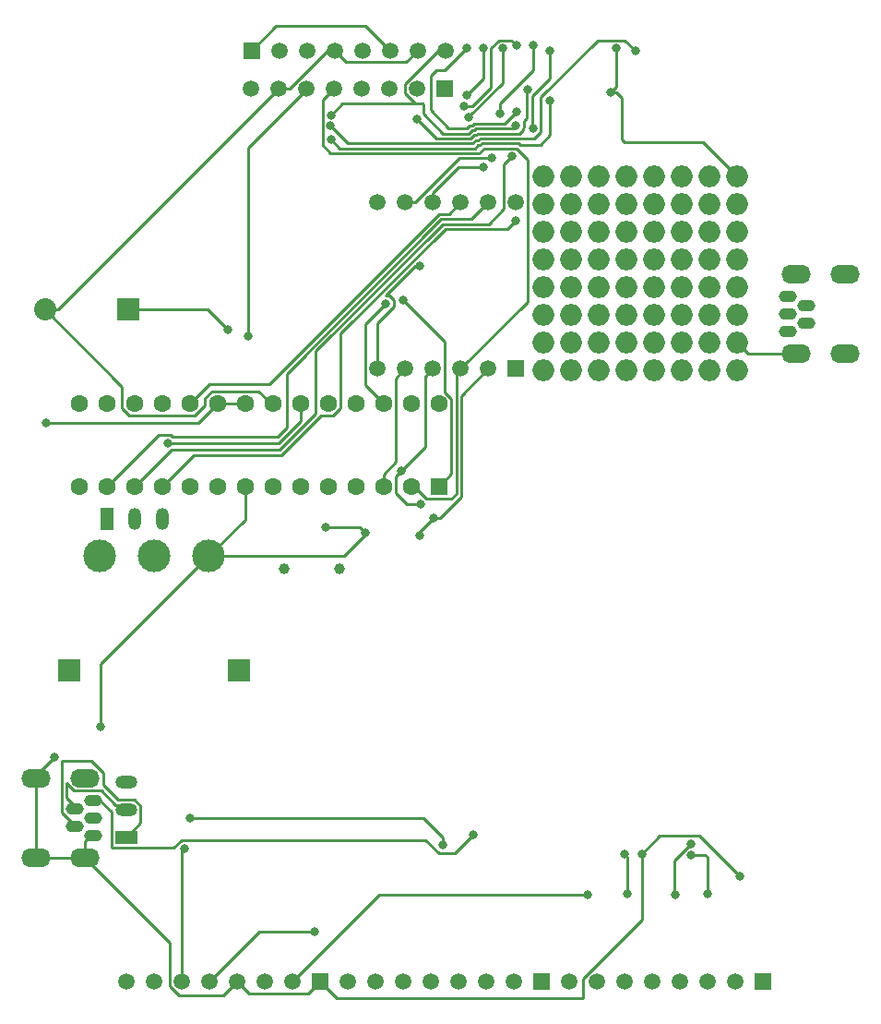
<source format=gbr>
%TF.GenerationSoftware,KiCad,Pcbnew,(6.0.0)*%
%TF.CreationDate,2022-11-14T01:44:22-08:00*%
%TF.ProjectId,Luciebox_v4,4c756369-6562-46f7-985f-76342e6b6963,rev?*%
%TF.SameCoordinates,Original*%
%TF.FileFunction,Copper,L2,Bot*%
%TF.FilePolarity,Positive*%
%FSLAX46Y46*%
G04 Gerber Fmt 4.6, Leading zero omitted, Abs format (unit mm)*
G04 Created by KiCad (PCBNEW (6.0.0)) date 2022-11-14 01:44:22*
%MOMM*%
%LPD*%
G01*
G04 APERTURE LIST*
%TA.AperFunction,ComponentPad*%
%ADD10R,2.000000X1.200000*%
%TD*%
%TA.AperFunction,ComponentPad*%
%ADD11O,2.000000X1.200000*%
%TD*%
%TA.AperFunction,ComponentPad*%
%ADD12C,1.000000*%
%TD*%
%TA.AperFunction,ComponentPad*%
%ADD13O,1.650000X1.100000*%
%TD*%
%TA.AperFunction,ComponentPad*%
%ADD14O,2.700000X1.700000*%
%TD*%
%TA.AperFunction,ComponentPad*%
%ADD15R,1.200000X2.000000*%
%TD*%
%TA.AperFunction,ComponentPad*%
%ADD16O,1.200000X2.000000*%
%TD*%
%TA.AperFunction,ComponentPad*%
%ADD17O,2.000000X2.000000*%
%TD*%
%TA.AperFunction,ComponentPad*%
%ADD18R,1.500000X1.500000*%
%TD*%
%TA.AperFunction,ComponentPad*%
%ADD19C,1.500000*%
%TD*%
%TA.AperFunction,ComponentPad*%
%ADD20R,1.600000X1.600000*%
%TD*%
%TA.AperFunction,ComponentPad*%
%ADD21C,1.600000*%
%TD*%
%TA.AperFunction,WasherPad*%
%ADD22R,2.000000X2.100000*%
%TD*%
%TA.AperFunction,ComponentPad*%
%ADD23C,3.000000*%
%TD*%
%TA.AperFunction,ComponentPad*%
%ADD24R,2.032000X2.032000*%
%TD*%
%TA.AperFunction,ComponentPad*%
%ADD25C,2.032000*%
%TD*%
%TA.AperFunction,ViaPad*%
%ADD26C,0.800000*%
%TD*%
%TA.AperFunction,Conductor*%
%ADD27C,0.250000*%
%TD*%
G04 APERTURE END LIST*
D10*
%TO.P,T5,1,1*%
%TO.N,Net-(J1-Pad2)*%
X10160000Y-75438000D03*
D11*
%TO.P,T5,2,2*%
%TO.N,Net-(J1-Pad4)*%
X10160000Y-72898000D03*
%TO.P,T5,3,3*%
%TO.N,Net-(J1-Pad3)*%
X10160000Y-70358000D03*
%TD*%
D12*
%TO.P,Y1,1,1*%
%TO.N,Net-(C2-Pad2)*%
X29718000Y-50800000D03*
%TO.P,Y1,2,2*%
%TO.N,Net-(C3-Pad2)*%
X24638000Y-50800000D03*
%TD*%
D13*
%TO.P,J1,1,GND*%
%TO.N,GND*%
X7150000Y-75218000D03*
%TO.P,J1,2,ID*%
%TO.N,Net-(J1-Pad2)*%
X5450000Y-74418000D03*
%TO.P,J1,3,D+*%
%TO.N,Net-(J1-Pad3)*%
X7150000Y-73618000D03*
%TO.P,J1,4,D-*%
%TO.N,Net-(J1-Pad4)*%
X5450000Y-72818000D03*
%TO.P,J1,5,VBUS*%
%TO.N,Net-(D9-Pad2)*%
X7150000Y-72018000D03*
D14*
%TO.P,J1,6,Shield*%
%TO.N,GND*%
X6360720Y-77268000D03*
X1850000Y-69968000D03*
X1850000Y-77268000D03*
X6360720Y-69968000D03*
%TD*%
D13*
%TO.P,J2,1,GND*%
%TO.N,GND*%
X70850000Y-25832000D03*
%TO.P,J2,2,ID*%
%TO.N,unconnected-(J2-Pad2)*%
X72550000Y-26632000D03*
%TO.P,J2,3,D+*%
%TO.N,unconnected-(J2-Pad3)*%
X70850000Y-27432000D03*
%TO.P,J2,4,D-*%
%TO.N,unconnected-(J2-Pad4)*%
X72550000Y-28232000D03*
%TO.P,J2,5,VBUS*%
%TO.N,Net-(D9-Pad2)*%
X70850000Y-29032000D03*
D14*
%TO.P,J2,6,Shield*%
%TO.N,GND*%
X71639280Y-31082000D03*
X76150000Y-23782000D03*
X76150000Y-31082000D03*
X71639280Y-23782000D03*
%TD*%
D15*
%TO.P,T2,1,1*%
%TO.N,/2*%
X8382000Y-46228000D03*
D16*
%TO.P,T2,2,2*%
%TO.N,/3(PWM)*%
X10922000Y-46228000D03*
%TO.P,T2,3,3*%
%TO.N,/A5(SCL)*%
X13462000Y-46228000D03*
%TD*%
D17*
%TO.P,U2,1*%
%TO.N,VCC*%
X48425100Y-32562800D03*
%TO.P,U2,2*%
X48412400Y-30022800D03*
%TO.P,U2,3*%
X48425100Y-27482800D03*
%TO.P,U2,4*%
X48437800Y-24942800D03*
%TO.P,U2,5*%
X48425100Y-22402800D03*
%TO.P,U2,6*%
X48412400Y-19862800D03*
%TO.P,U2,7*%
X48425100Y-17322800D03*
%TO.P,U2,8*%
%TO.N,unconnected-(U2-Pad8)*%
X48412400Y-14782800D03*
%TO.P,U2,9*%
%TO.N,Net-(U2-Pad10)*%
X50965100Y-32562800D03*
%TO.P,U2,10*%
X50952400Y-30022800D03*
%TO.P,U2,11*%
%TO.N,Net-(U2-Pad11)*%
X50965100Y-27482800D03*
%TO.P,U2,12*%
X50977800Y-24942800D03*
%TO.P,U2,13*%
%TO.N,Net-(U2-Pad13)*%
X50965100Y-22402800D03*
%TO.P,U2,14*%
X50952400Y-19862800D03*
%TO.P,U2,15*%
X50965100Y-17322800D03*
%TO.P,U2,16*%
%TO.N,unconnected-(U2-Pad16)*%
X50952400Y-14782800D03*
%TO.P,U2,17*%
%TO.N,Net-(U2-Pad17)*%
X53505100Y-32562800D03*
%TO.P,U2,18*%
X53492400Y-30022800D03*
%TO.P,U2,19*%
%TO.N,Net-(U2-Pad19)*%
X53505100Y-27482800D03*
%TO.P,U2,20*%
X53517800Y-24942800D03*
%TO.P,U2,21*%
%TO.N,Net-(U2-Pad21)*%
X53505100Y-22402800D03*
%TO.P,U2,22*%
X53492400Y-19862800D03*
%TO.P,U2,23*%
X53505100Y-17322800D03*
%TO.P,U2,24*%
%TO.N,unconnected-(U2-Pad24)*%
X53492400Y-14782800D03*
%TO.P,U2,25*%
%TO.N,Net-(U2-Pad25)*%
X56045100Y-32562800D03*
%TO.P,U2,26*%
X56032400Y-30022800D03*
%TO.P,U2,27*%
%TO.N,Net-(U2-Pad27)*%
X56045100Y-27482800D03*
%TO.P,U2,28*%
X56057800Y-24942800D03*
%TO.P,U2,29*%
%TO.N,Net-(U2-Pad29)*%
X56045100Y-22402800D03*
%TO.P,U2,30*%
X56032400Y-19862800D03*
%TO.P,U2,31*%
X56045100Y-17322800D03*
%TO.P,U2,32*%
%TO.N,unconnected-(U2-Pad32)*%
X56032400Y-14782800D03*
%TO.P,U2,33*%
%TO.N,Net-(U2-Pad33)*%
X58585100Y-32562800D03*
%TO.P,U2,34*%
X58572400Y-30022800D03*
%TO.P,U2,35*%
%TO.N,Net-(U2-Pad35)*%
X58585100Y-27482800D03*
%TO.P,U2,36*%
X58597800Y-24942800D03*
%TO.P,U2,37*%
%TO.N,Net-(U2-Pad37)*%
X58585100Y-22402800D03*
%TO.P,U2,38*%
X58572400Y-19862800D03*
%TO.P,U2,39*%
X58585100Y-17322800D03*
%TO.P,U2,40*%
X58572400Y-14782800D03*
%TO.P,U2,41*%
%TO.N,Net-(U2-Pad41)*%
X61125100Y-32562800D03*
%TO.P,U2,42*%
X61112400Y-30022800D03*
%TO.P,U2,43*%
%TO.N,Net-(U2-Pad43)*%
X61125100Y-27482800D03*
%TO.P,U2,44*%
X61137800Y-24942800D03*
%TO.P,U2,45*%
%TO.N,Net-(U2-Pad45)*%
X61125100Y-22402800D03*
%TO.P,U2,46*%
X61112400Y-19862800D03*
%TO.P,U2,47*%
X61125100Y-17322800D03*
%TO.P,U2,48*%
X61112400Y-14782800D03*
%TO.P,U2,49*%
%TO.N,Net-(U2-Pad49)*%
X63665100Y-32562800D03*
%TO.P,U2,50*%
X63652400Y-30022800D03*
%TO.P,U2,51*%
%TO.N,Net-(U2-Pad51)*%
X63665100Y-27482800D03*
%TO.P,U2,52*%
X63677800Y-24942800D03*
%TO.P,U2,53*%
%TO.N,Net-(U2-Pad53)*%
X63665100Y-22402800D03*
%TO.P,U2,54*%
X63652400Y-19862800D03*
%TO.P,U2,55*%
X63665100Y-17322800D03*
%TO.P,U2,56*%
X63652400Y-14782800D03*
%TO.P,U2,57*%
%TO.N,GND*%
X66205100Y-32562800D03*
%TO.P,U2,58*%
X66192400Y-30022800D03*
%TO.P,U2,59*%
X66205100Y-27482800D03*
%TO.P,U2,60*%
X66217800Y-24942800D03*
%TO.P,U2,61*%
X66205100Y-22402800D03*
%TO.P,U2,62*%
X66192400Y-19862800D03*
%TO.P,U2,63*%
X66205100Y-17322800D03*
%TO.P,U2,64*%
X66192400Y-14782800D03*
%TD*%
D18*
%TO.P,T7,1,1*%
%TO.N,unconnected-(T7-Pad1)*%
X39390000Y-6750000D03*
D19*
%TO.P,T7,2,2*%
%TO.N,unconnected-(T7-Pad2)*%
X36850000Y-6750000D03*
%TO.P,T7,3,3*%
%TO.N,unconnected-(T7-Pad3)*%
X34310000Y-6750000D03*
%TO.P,T7,4,4*%
%TO.N,Net-(R_reset_pullup1-Pad2)*%
X31770000Y-6750000D03*
%TO.P,T7,5,5*%
%TO.N,/0(Rx)*%
X29230000Y-6750000D03*
%TO.P,T7,6,6*%
%TO.N,/1(Tx)*%
X26690000Y-6750000D03*
%TO.P,T7,7,7*%
%TO.N,GND*%
X24150000Y-6750000D03*
%TO.P,T7,8,8*%
%TO.N,VCC*%
X21610000Y-6750000D03*
%TD*%
D18*
%TO.P,T1,1,1*%
%TO.N,Net-(D1-Pad2)*%
X48260000Y-88620000D03*
D19*
%TO.P,T1,2,2*%
%TO.N,Net-(D2-Pad2)*%
X45720000Y-88620000D03*
%TO.P,T1,3,3*%
%TO.N,Net-(D3-Pad2)*%
X43180000Y-88620000D03*
%TO.P,T1,4,4*%
%TO.N,Net-(D4-Pad2)*%
X40640000Y-88620000D03*
%TO.P,T1,5,5*%
%TO.N,Net-(D5-Pad2)*%
X38100000Y-88620000D03*
%TO.P,T1,6,6*%
%TO.N,Net-(D6-Pad2)*%
X35560000Y-88620000D03*
%TO.P,T1,7,7*%
%TO.N,Net-(D7-Pad2)*%
X33020000Y-88620000D03*
%TO.P,T1,8,8*%
%TO.N,Net-(D8-Pad2)*%
X30480000Y-88620000D03*
%TD*%
D18*
%TO.P,U1,1,e*%
%TO.N,/12(MISO)*%
X45940000Y-32440000D03*
D19*
%TO.P,U1,2,d*%
%TO.N,/8*%
X43400000Y-32440000D03*
%TO.P,U1,3,DPX*%
%TO.N,/0(Rx)*%
X40860000Y-32440000D03*
%TO.P,U1,4,c*%
%TO.N,/4*%
X38320000Y-32440000D03*
%TO.P,U1,5,g*%
%TO.N,/1(Tx)*%
X35780000Y-32440000D03*
%TO.P,U1,6,CA4*%
%TO.N,Net-(R2-Pad1)*%
X33240000Y-32440000D03*
%TO.P,U1,7,b*%
%TO.N,/A3*%
X33240000Y-17200000D03*
%TO.P,U1,8,CA3*%
%TO.N,Net-(R3-Pad1)*%
X35780000Y-17200000D03*
%TO.P,U1,9,CA2*%
%TO.N,Net-(R4-Pad1)*%
X38320000Y-17200000D03*
%TO.P,U1,10,f*%
%TO.N,/13(SCK)*%
X40860000Y-17200000D03*
%TO.P,U1,11,a*%
%TO.N,/7*%
X43400000Y-17200000D03*
%TO.P,U1,12,CA1*%
%TO.N,Net-(R5-Pad1)*%
X45940000Y-17200000D03*
%TD*%
D20*
%TO.P,U3,1,~{RESET}/PC6*%
%TO.N,Net-(R_reset_pullup1-Pad2)*%
X38855000Y-43250000D03*
D21*
%TO.P,U3,2,PD0*%
%TO.N,/0(Rx)*%
X36315000Y-43250000D03*
%TO.P,U3,3,PD1*%
%TO.N,/1(Tx)*%
X33775000Y-43250000D03*
%TO.P,U3,4,PD2*%
%TO.N,/2*%
X31235000Y-43250000D03*
%TO.P,U3,5,PD3*%
%TO.N,/3(PWM)*%
X28695000Y-43250000D03*
%TO.P,U3,6,PD4*%
%TO.N,/4*%
X26155000Y-43250000D03*
%TO.P,U3,7,VCC*%
%TO.N,VCC*%
X23615000Y-43250000D03*
%TO.P,U3,8,GND*%
%TO.N,GND*%
X21075000Y-43250000D03*
%TO.P,U3,9,XTAL1/PB6*%
%TO.N,Net-(C2-Pad2)*%
X18535000Y-43250000D03*
%TO.P,U3,10,XTAL2/PB7*%
%TO.N,Net-(C3-Pad2)*%
X15995000Y-43250000D03*
%TO.P,U3,11,PD5*%
%TO.N,/5(PWM)*%
X13455000Y-43250000D03*
%TO.P,U3,12,PD6*%
%TO.N,/6(PWM)*%
X10915000Y-43250000D03*
%TO.P,U3,13,PD7*%
%TO.N,/7*%
X8375000Y-43250000D03*
%TO.P,U3,14,PB0*%
%TO.N,/8*%
X5835000Y-43250000D03*
%TO.P,U3,15,PB1*%
%TO.N,/9(PWM)*%
X5835000Y-35630000D03*
%TO.P,U3,16,PB2*%
%TO.N,/10(PWM-SS)*%
X8375000Y-35630000D03*
%TO.P,U3,17,PB3*%
%TO.N,/11(PWM-MOSI)*%
X10915000Y-35630000D03*
%TO.P,U3,18,PB4*%
%TO.N,/12(MISO)*%
X13455000Y-35630000D03*
%TO.P,U3,19,PB5*%
%TO.N,/13(SCK)*%
X15995000Y-35630000D03*
%TO.P,U3,20,AVCC*%
%TO.N,VCC*%
X18535000Y-35630000D03*
%TO.P,U3,21,AREF*%
X21075000Y-35630000D03*
%TO.P,U3,22,GND*%
%TO.N,GND*%
X23615000Y-35630000D03*
%TO.P,U3,23,PC0*%
%TO.N,/A0*%
X26155000Y-35630000D03*
%TO.P,U3,24,PC1*%
%TO.N,/A1*%
X28695000Y-35630000D03*
%TO.P,U3,25,PC2*%
%TO.N,/A2*%
X31235000Y-35630000D03*
%TO.P,U3,26,PC3*%
%TO.N,/A3*%
X33775000Y-35630000D03*
%TO.P,U3,27,PC4*%
%TO.N,/A4(SDA)*%
X36315000Y-35630000D03*
%TO.P,U3,28,PC5*%
%TO.N,/A5(SCL)*%
X38855000Y-35630000D03*
%TD*%
D22*
%TO.P,S1,*%
%TO.N,*%
X20500000Y-60140000D03*
X4900000Y-60140000D03*
D23*
%TO.P,S1,1,A*%
%TO.N,/2*%
X7700000Y-49640000D03*
%TO.P,S1,2,B*%
%TO.N,/3(PWM)*%
X12700000Y-49640000D03*
%TO.P,S1,3,C*%
%TO.N,GND*%
X17700000Y-49640000D03*
%TD*%
D18*
%TO.P,T6,1,1*%
%TO.N,GND*%
X27940000Y-88620000D03*
D19*
%TO.P,T6,2,2*%
%TO.N,VCC*%
X25400000Y-88620000D03*
%TO.P,T6,3,3*%
%TO.N,Net-(R1-Pad1)*%
X22860000Y-88620000D03*
%TO.P,T6,4,4*%
%TO.N,GND*%
X20320000Y-88620000D03*
%TO.P,T6,5,5*%
%TO.N,Net-(D10-Pad2)*%
X17780000Y-88620000D03*
%TO.P,T6,6,6*%
%TO.N,/A0*%
X15240000Y-88620000D03*
%TO.P,T6,7,7*%
%TO.N,Net-(R26-Pad2)*%
X12700000Y-88620000D03*
%TO.P,T6,8,8*%
%TO.N,unconnected-(T6-Pad8)*%
X10160000Y-88620000D03*
%TD*%
D18*
%TO.P,T8,1,1*%
%TO.N,/Vin*%
X21670000Y-3250000D03*
D19*
%TO.P,T8,2,2*%
%TO.N,Net-(D9-Pad1)*%
X24210000Y-3250000D03*
%TO.P,T8,3,3*%
%TO.N,Net-(D10-Pad2)*%
X26750000Y-3250000D03*
%TO.P,T8,4,4*%
%TO.N,GND*%
X29290000Y-3250000D03*
%TO.P,T8,5,5*%
%TO.N,Net-(D10-Pad1)*%
X31830000Y-3250000D03*
%TO.P,T8,6,6*%
%TO.N,/Vin*%
X34370000Y-3250000D03*
%TO.P,T8,7,7*%
%TO.N,GND*%
X36910000Y-3250000D03*
%TO.P,T8,8,8*%
%TO.N,VCC*%
X39450000Y-3250000D03*
%TD*%
D18*
%TO.P,T4,1,1*%
%TO.N,Net-(R18-Pad2)*%
X68580000Y-88620000D03*
D19*
%TO.P,T4,2,2*%
%TO.N,Net-(R17-Pad2)*%
X66040000Y-88620000D03*
%TO.P,T4,3,3*%
%TO.N,Net-(R16-Pad2)*%
X63500000Y-88620000D03*
%TO.P,T4,4,4*%
%TO.N,Net-(R15-Pad2)*%
X60960000Y-88620000D03*
%TO.P,T4,5,5*%
%TO.N,Net-(R9-Pad2)*%
X58420000Y-88620000D03*
%TO.P,T4,6,6*%
%TO.N,Net-(R8-Pad2)*%
X55880000Y-88620000D03*
%TO.P,T4,7,7*%
%TO.N,Net-(R7-Pad2)*%
X53340000Y-88620000D03*
%TO.P,T4,8,8*%
%TO.N,Net-(R6-Pad2)*%
X50800000Y-88620000D03*
%TD*%
D24*
%TO.P,BZ1,1,-*%
%TO.N,/A5(SCL)*%
X10310000Y-27000000D03*
D25*
%TO.P,BZ1,2,+*%
%TO.N,GND*%
X2690000Y-27000000D03*
%TD*%
D26*
%TO.N,/A5(SCL)*%
X19500559Y-28898559D03*
%TO.N,GND*%
X54610000Y-7112000D03*
X55118000Y-3048000D03*
X66500000Y-79000000D03*
X28448000Y-46990000D03*
X32139536Y-47498000D03*
X32139536Y-47498000D03*
X57500000Y-76924500D03*
X3556000Y-68072000D03*
X7837583Y-65255813D03*
%TO.N,VCC*%
X52476400Y-80670400D03*
X2835033Y-37409320D03*
X45941484Y-10147180D03*
X28972475Y-9182479D03*
%TO.N,/Vin*%
X45974000Y-8890000D03*
X41402000Y-3048000D03*
%TO.N,/A0*%
X13944405Y-39239620D03*
X15494000Y-76454000D03*
X26155000Y-35630000D03*
%TO.N,/A1*%
X60526800Y-80697200D03*
X62000000Y-76000000D03*
%TO.N,/A3*%
X33981979Y-26481434D03*
%TO.N,/11(PWM-MOSI)*%
X42926000Y-3048000D03*
X41402000Y-7366000D03*
%TO.N,/10(PWM-SS)*%
X44704000Y-3048000D03*
X41618500Y-9398000D03*
%TO.N,/9(PWM)*%
X41148000Y-8382000D03*
X45974000Y-2794000D03*
%TO.N,/8*%
X38387023Y-46116120D03*
X37084000Y-47752000D03*
%TO.N,/7*%
X16002000Y-73660000D03*
X39214080Y-76112630D03*
%TO.N,/6(PWM)*%
X47498000Y-10414000D03*
X49022000Y-3302000D03*
X45585950Y-12968120D03*
%TO.N,/5(PWM)*%
X44453532Y-9029840D03*
X45920808Y-18840594D03*
X47498000Y-2794000D03*
%TO.N,/4*%
X37162178Y-44844406D03*
X35423351Y-41792649D03*
%TO.N,/1(Tx)*%
X21336000Y-29464000D03*
%TO.N,Net-(R17-Pad1)*%
X62012299Y-77012299D03*
X63526800Y-80595500D03*
%TO.N,Net-(R_reset_pullup1-Pad2)*%
X35560000Y-26162000D03*
%TO.N,Net-(R26-Pad2)*%
X28890712Y-10178632D03*
X56896000Y-3302000D03*
%TO.N,Net-(D9-Pad2)*%
X42007088Y-75173097D03*
%TO.N,Net-(D10-Pad2)*%
X27432000Y-84074000D03*
%TO.N,Net-(R1-Pad1)*%
X49022000Y-7874000D03*
X28956000Y-11430000D03*
%TO.N,Net-(R2-Pad1)*%
X36847987Y-9549528D03*
X37096943Y-22984767D03*
X46990000Y-6858000D03*
%TO.N,Net-(R3-Pad1)*%
X43678770Y-13132052D03*
X43678768Y-13132052D03*
%TO.N,Net-(R4-Pad1)*%
X42967033Y-13930623D03*
%TO.N,Net-(R10-Pad2)*%
X55880000Y-76962000D03*
X56134000Y-80595500D03*
%TD*%
D27*
%TO.N,/A5(SCL)*%
X10310000Y-27000000D02*
X17602000Y-27000000D01*
X17602000Y-27000000D02*
X19500559Y-28898559D01*
%TO.N,GND*%
X55626000Y-11430000D02*
X55626000Y-7620000D01*
X55118000Y-7112000D02*
X54610000Y-7112000D01*
X54610000Y-7112000D02*
X55118000Y-6604000D01*
X31631536Y-46990000D02*
X32139536Y-47498000D01*
X52070000Y-88370411D02*
X57500000Y-82940411D01*
X62775499Y-75275499D02*
X59149001Y-75275499D01*
X23438000Y-35630000D02*
X22313489Y-34505489D01*
X57500000Y-82940411D02*
X57500000Y-76924500D01*
X67251600Y-31082000D02*
X66192400Y-30022800D01*
X9790489Y-34100489D02*
X2690000Y-27000000D01*
X23615000Y-35630000D02*
X23438000Y-35630000D01*
X7837583Y-59502417D02*
X7837583Y-65255813D01*
X6360720Y-77268000D02*
X6360720Y-75757280D01*
X66500000Y-79000000D02*
X62775499Y-75275499D01*
X35835489Y-4324511D02*
X30364511Y-4324511D01*
X26865489Y-89694511D02*
X27940000Y-88620000D01*
X29490000Y-90170000D02*
X52070000Y-90170000D01*
X16460789Y-36754511D02*
X10449211Y-36754511D01*
X21075000Y-46265000D02*
X17700000Y-49640000D01*
X14165489Y-85072769D02*
X14165489Y-89065078D01*
X17410489Y-35164211D02*
X17410489Y-35804811D01*
X25170411Y-6750000D02*
X24150000Y-6750000D01*
X36910000Y-3250000D02*
X35835489Y-4324511D01*
X3900000Y-27000000D02*
X2690000Y-27000000D01*
X17700000Y-49640000D02*
X7837583Y-59502417D01*
X30364511Y-4324511D02*
X29290000Y-3250000D01*
X3556000Y-68072000D02*
X1850000Y-69778000D01*
X32139536Y-47616464D02*
X32139536Y-47498000D01*
X28670411Y-3250000D02*
X25170411Y-6750000D01*
X6360720Y-77268000D02*
X14165489Y-85072769D01*
X15016411Y-89916000D02*
X19024000Y-89916000D01*
X21394511Y-89694511D02*
X26865489Y-89694511D01*
X29290000Y-3250000D02*
X28670411Y-3250000D01*
X1850000Y-77268000D02*
X6360720Y-77268000D01*
X55626000Y-7620000D02*
X55118000Y-7112000D01*
X10449211Y-36754511D02*
X9790489Y-36095789D01*
X27940000Y-88620000D02*
X29490000Y-90170000D01*
X19024000Y-89916000D02*
X20320000Y-88620000D01*
X52070000Y-90170000D02*
X52070000Y-88370411D01*
X1850000Y-69778000D02*
X1850000Y-69968000D01*
X71639280Y-31082000D02*
X67251600Y-31082000D01*
X18069211Y-34505489D02*
X17410489Y-35164211D01*
X21075000Y-43250000D02*
X21075000Y-46265000D01*
X55118000Y-6604000D02*
X55118000Y-3048000D01*
X66192400Y-14782800D02*
X63093600Y-11684000D01*
X30116000Y-49640000D02*
X31750000Y-48006000D01*
X17410489Y-35804811D02*
X16460789Y-36754511D01*
X17700000Y-49640000D02*
X30116000Y-49640000D01*
X9790489Y-36095789D02*
X9790489Y-34100489D01*
X59149001Y-75275499D02*
X57500000Y-76924500D01*
X14165489Y-89065078D02*
X15016411Y-89916000D01*
X24150000Y-6750000D02*
X3900000Y-27000000D01*
X20320000Y-88620000D02*
X21394511Y-89694511D01*
X31750000Y-48006000D02*
X32139536Y-47616464D01*
X1850000Y-69968000D02*
X1850000Y-77268000D01*
X6360720Y-75757280D02*
X6900000Y-75218000D01*
X63093600Y-11684000D02*
X55880000Y-11684000D01*
X22313489Y-34505489D02*
X18069211Y-34505489D01*
X28448000Y-46990000D02*
X31631536Y-46990000D01*
X55880000Y-11684000D02*
X55626000Y-11430000D01*
%TO.N,VCC*%
X41888292Y-10572012D02*
X42104793Y-10572011D01*
X42104793Y-10572011D02*
X42241815Y-10434989D01*
X30026954Y-8128000D02*
X28972475Y-9182479D01*
X37338000Y-8128000D02*
X37396490Y-8186490D01*
X25400000Y-88620000D02*
X33349600Y-80670400D01*
X37396490Y-9076194D02*
X39200229Y-10879933D01*
X39200229Y-10879933D02*
X41580371Y-10879933D01*
X38830411Y-3250000D02*
X35775489Y-6304922D01*
X33349600Y-80670400D02*
X52476400Y-80670400D01*
X39450000Y-3250000D02*
X38830411Y-3250000D01*
X41580371Y-10879933D02*
X41888292Y-10572012D01*
X36708411Y-8128000D02*
X37338000Y-8128000D01*
X18535000Y-35630000D02*
X16755680Y-37409320D01*
X37338000Y-8128000D02*
X30026954Y-8128000D01*
X16755680Y-37409320D02*
X2835033Y-37409320D01*
X37396490Y-8186490D02*
X37396490Y-9076194D01*
X35775489Y-6304922D02*
X35775489Y-7195078D01*
X18535000Y-35630000D02*
X21075000Y-35630000D01*
X45653675Y-10434989D02*
X45941484Y-10147180D01*
X42241815Y-10434989D02*
X45653675Y-10434989D01*
X35775489Y-7195078D02*
X36708411Y-8128000D01*
%TO.N,Net-(J1-Pad2)*%
X8035240Y-70631668D02*
X9377052Y-71973480D01*
X4236689Y-73116447D02*
X4236689Y-68415911D01*
X10942948Y-71973480D02*
X11484520Y-72515052D01*
X11484520Y-72515052D02*
X11484520Y-74113480D01*
X5538242Y-74418000D02*
X4236689Y-73116447D01*
X5700000Y-74418000D02*
X5538242Y-74418000D01*
X6925841Y-68372099D02*
X8035240Y-69481498D01*
X11484520Y-74113480D02*
X10160000Y-75438000D01*
X9377052Y-71973480D02*
X10942948Y-71973480D01*
X4236689Y-68415911D02*
X4280501Y-68372099D01*
X8035240Y-69481498D02*
X8035240Y-70631668D01*
X4280501Y-68372099D02*
X6925841Y-68372099D01*
%TO.N,Net-(J1-Pad4)*%
X9190858Y-72422990D02*
X7910388Y-71142520D01*
X7910388Y-71142520D02*
X5374218Y-71142520D01*
X4686200Y-71804200D02*
X5700000Y-72818000D01*
X5374218Y-71142520D02*
X4686200Y-70454502D01*
X4686200Y-70454502D02*
X4686200Y-71804200D01*
X10160000Y-72898000D02*
X10160000Y-72422991D01*
X10160000Y-72422991D02*
X9190858Y-72422990D01*
%TO.N,/Vin*%
X41448099Y-10376501D02*
X41702099Y-10122501D01*
X32136000Y-1016000D02*
X34370000Y-3250000D01*
X39370000Y-5080000D02*
X38608000Y-5080000D01*
X41402000Y-3048000D02*
X39370000Y-5080000D01*
X38100000Y-5588000D02*
X38100000Y-8725810D01*
X38608000Y-5080000D02*
X38100000Y-5588000D01*
X38100000Y-8725810D02*
X39750691Y-10376501D01*
X23904000Y-1016000D02*
X32136000Y-1016000D01*
X42058379Y-9982721D02*
X44881279Y-9982721D01*
X41918599Y-10122501D02*
X42058379Y-9982721D01*
X44881279Y-9982721D02*
X45974000Y-8890000D01*
X21670000Y-3250000D02*
X23904000Y-1016000D01*
X39750691Y-10376501D02*
X41448099Y-10376501D01*
X41702099Y-10122501D02*
X41918599Y-10122501D01*
%TO.N,/A0*%
X15240000Y-88620000D02*
X15240000Y-76708000D01*
X15240000Y-76708000D02*
X15494000Y-76454000D01*
X24134084Y-39239620D02*
X13944405Y-39239620D01*
X26155000Y-35630000D02*
X26155000Y-37218704D01*
X26155000Y-37218704D02*
X24134084Y-39239620D01*
%TO.N,/A1*%
X60452000Y-77548000D02*
X62000000Y-76000000D01*
X60452000Y-80622400D02*
X60452000Y-77548000D01*
X60526800Y-80697200D02*
X60452000Y-80622400D01*
%TO.N,/A3*%
X33775000Y-35630000D02*
X32093754Y-33948754D01*
X32093754Y-28369659D02*
X33981979Y-26481434D01*
X32093754Y-33948754D02*
X32093754Y-28369659D01*
%TO.N,/13(SCK)*%
X23309510Y-33840490D02*
X38875490Y-18274510D01*
X15995000Y-35630000D02*
X17784510Y-33840490D01*
X38875490Y-18274510D02*
X39785490Y-18274510D01*
X17784510Y-33840490D02*
X23309510Y-33840490D01*
X39785490Y-18274510D02*
X40860000Y-17200000D01*
%TO.N,/11(PWM-MOSI)*%
X42926000Y-3048000D02*
X42926000Y-5842000D01*
X42926000Y-5842000D02*
X41402000Y-7366000D01*
%TO.N,/10(PWM-SS)*%
X41618500Y-9317804D02*
X41618500Y-9398000D01*
X44704000Y-6232304D02*
X41618500Y-9317804D01*
X44704000Y-3048000D02*
X44704000Y-6232304D01*
%TO.N,/9(PWM)*%
X45503499Y-2323499D02*
X44403901Y-2323499D01*
X43650501Y-6650099D02*
X41918600Y-8382000D01*
X41918600Y-8382000D02*
X41148000Y-8382000D01*
X44403901Y-2323499D02*
X43650501Y-3076899D01*
X43650501Y-3076899D02*
X43650501Y-6650099D01*
X45974000Y-2794000D02*
X45503499Y-2323499D01*
%TO.N,/8*%
X40894000Y-44195998D02*
X38973878Y-46116120D01*
X38387023Y-46116120D02*
X37084000Y-47419143D01*
X37084000Y-47419143D02*
X37084000Y-47752000D01*
X43400000Y-32440000D02*
X40894000Y-34946000D01*
X40894000Y-34946000D02*
X40894000Y-44195998D01*
X38973878Y-46116120D02*
X38387023Y-46116120D01*
%TO.N,/7*%
X13109881Y-38515119D02*
X14244504Y-38515119D01*
X16002000Y-73660000D02*
X37465000Y-73660000D01*
X14244504Y-38515119D02*
X14412384Y-38682999D01*
X39061683Y-18724021D02*
X41875979Y-18724021D01*
X39214080Y-75409080D02*
X39214080Y-76112630D01*
X24892000Y-37846000D02*
X24892000Y-32893704D01*
X41875979Y-18724021D02*
X43400000Y-17200000D01*
X14412384Y-38682999D02*
X24055001Y-38682999D01*
X8375000Y-43250000D02*
X13109881Y-38515119D01*
X37465000Y-73660000D02*
X39214080Y-75409080D01*
X24892000Y-32893704D02*
X39061683Y-18724021D01*
X24055001Y-38682999D02*
X24892000Y-37846000D01*
%TO.N,/6(PWM)*%
X10915000Y-43250000D02*
X14287000Y-39878000D01*
X44830535Y-13723535D02*
X45585950Y-12968120D01*
X39247876Y-19173532D02*
X43436762Y-19173532D01*
X44830535Y-17779759D02*
X44830535Y-13723535D01*
X43436762Y-19173532D02*
X44830535Y-17779759D01*
X47402011Y-10318011D02*
X47498000Y-10414000D01*
X24256296Y-39878000D02*
X27570489Y-36563807D01*
X49022000Y-3302000D02*
X49022000Y-5850600D01*
X47402011Y-7470589D02*
X47402011Y-10318011D01*
X49022000Y-5850600D02*
X47402011Y-7470589D01*
X27570489Y-36563807D02*
X27570489Y-30850919D01*
X27570489Y-30850919D02*
X39247876Y-19173532D01*
X14287000Y-39878000D02*
X24256296Y-39878000D01*
%TO.N,/5(PWM)*%
X13455000Y-43250000D02*
X16319000Y-40386000D01*
X29819511Y-29237601D02*
X39434069Y-19623043D01*
X24384000Y-40386000D02*
X28015489Y-36754511D01*
X29160789Y-36754511D02*
X29819511Y-36095789D01*
X16319000Y-40386000D02*
X24384000Y-40386000D01*
X44453532Y-8115868D02*
X44453532Y-9029840D01*
X28015489Y-36754511D02*
X29160789Y-36754511D01*
X47498000Y-5071400D02*
X44453532Y-8115868D01*
X45138359Y-19623043D02*
X45920808Y-18840594D01*
X39434069Y-19623043D02*
X45138359Y-19623043D01*
X47498000Y-2794000D02*
X47498000Y-5071400D01*
X29819511Y-36095789D02*
X29819511Y-29237601D01*
%TO.N,/4*%
X34915489Y-43829698D02*
X35930197Y-44844406D01*
X37570000Y-39646000D02*
X35423351Y-41792649D01*
X35423351Y-41792649D02*
X34915489Y-42300511D01*
X38320000Y-32440000D02*
X37570000Y-33190000D01*
X35930197Y-44844406D02*
X37162178Y-44844406D01*
X34915489Y-42300511D02*
X34915489Y-43829698D01*
X37570000Y-33190000D02*
X37570000Y-39646000D01*
%TO.N,/1(Tx)*%
X34899511Y-40994119D02*
X34899511Y-33320489D01*
X21336000Y-12192000D02*
X21336000Y-29464000D01*
X33775000Y-43250000D02*
X33775000Y-42118630D01*
X26690000Y-6750000D02*
X26690000Y-6838000D01*
X34899511Y-33320489D02*
X35780000Y-32440000D01*
X26690000Y-6838000D02*
X21336000Y-12192000D01*
X33775000Y-42118630D02*
X34899511Y-40994119D01*
%TO.N,/0(Rx)*%
X36592372Y-43250000D02*
X37716883Y-44374511D01*
X47014511Y-26285489D02*
X47014511Y-13242519D01*
X39979511Y-44374511D02*
X40444489Y-43909533D01*
X40444489Y-43909533D02*
X40444489Y-32855511D01*
X36315000Y-43250000D02*
X36592372Y-43250000D01*
X42541650Y-12677973D02*
X28925373Y-12677973D01*
X47014511Y-13242519D02*
X46005026Y-12233034D01*
X28925373Y-12677973D02*
X28166211Y-11918811D01*
X28166211Y-11918811D02*
X28166211Y-7813789D01*
X42986589Y-12233034D02*
X42541650Y-12677973D01*
X28166211Y-7813789D02*
X29230000Y-6750000D01*
X40444489Y-32855511D02*
X40860000Y-32440000D01*
X46005026Y-12233034D02*
X42986589Y-12233034D01*
X37716883Y-44374511D02*
X39979511Y-44374511D01*
X40860000Y-32440000D02*
X47014511Y-26285489D01*
%TO.N,Net-(R17-Pad1)*%
X63526800Y-77242800D02*
X63296299Y-77012299D01*
X63526800Y-80595500D02*
X63526800Y-77242800D01*
X63296299Y-77012299D02*
X62012299Y-77012299D01*
%TO.N,Net-(R_reset_pullup1-Pad2)*%
X39994979Y-35179679D02*
X39394511Y-34579211D01*
X39394511Y-34579211D02*
X39394511Y-29996511D01*
X39394511Y-29996511D02*
X35560000Y-26162000D01*
X38855000Y-43250000D02*
X39994978Y-42110022D01*
X39994978Y-42110022D02*
X39994979Y-35179679D01*
%TO.N,Net-(R26-Pad2)*%
X42614201Y-11334012D02*
X42477183Y-11471031D01*
X42477183Y-11471031D02*
X42260681Y-11471031D01*
X41952757Y-11778955D02*
X30491033Y-11778953D01*
X48222501Y-10714099D02*
X47602588Y-11334012D01*
X47602588Y-11334012D02*
X42614201Y-11334012D01*
X48222501Y-7531203D02*
X48222501Y-10714099D01*
X53430205Y-2323499D02*
X48222501Y-7531203D01*
X42260681Y-11471031D02*
X41952757Y-11778955D01*
X56896000Y-3302000D02*
X55917499Y-2323499D01*
X55917499Y-2323499D02*
X53430205Y-2323499D01*
X30491033Y-11778953D02*
X28890712Y-10178632D01*
%TO.N,Net-(D9-Pad2)*%
X15225294Y-75654501D02*
X37643376Y-75654501D01*
X37643376Y-75654501D02*
X38870650Y-76881775D01*
X40298410Y-76881775D02*
X42007088Y-75173097D01*
X7756000Y-72018000D02*
X8835489Y-73097489D01*
X6900000Y-72018000D02*
X7756000Y-72018000D01*
X8835489Y-76362511D02*
X14517284Y-76362511D01*
X8835489Y-73097489D02*
X8835489Y-76362511D01*
X38870650Y-76881775D02*
X40298410Y-76881775D01*
X14517284Y-76362511D02*
X15225294Y-75654501D01*
%TO.N,Net-(D10-Pad2)*%
X27432000Y-84074000D02*
X22326000Y-84074000D01*
X22326000Y-84074000D02*
X17780000Y-88620000D01*
%TO.N,Net-(R1-Pad1)*%
X48168580Y-11892128D02*
X46299824Y-11892128D01*
X29754463Y-12228463D02*
X28956000Y-11430000D01*
X42446922Y-11920542D02*
X42139001Y-12228463D01*
X46191219Y-11783523D02*
X42800395Y-11783523D01*
X42663378Y-11920541D02*
X42446922Y-11920542D01*
X49022000Y-7874000D02*
X49022000Y-11038708D01*
X42800395Y-11783523D02*
X42663378Y-11920541D01*
X42139001Y-12228463D02*
X29754463Y-12228463D01*
X46299824Y-11892128D02*
X46191219Y-11783523D01*
X49022000Y-11038708D02*
X48168580Y-11892128D01*
%TO.N,Net-(R2-Pad1)*%
X46698501Y-10329911D02*
X46615488Y-10412924D01*
X34706490Y-26181332D02*
X34282082Y-25756924D01*
X46615488Y-10543112D02*
X46274099Y-10884501D01*
X46952501Y-6895499D02*
X46952501Y-9444099D01*
X46274099Y-10884501D02*
X42428007Y-10884501D01*
X38627902Y-11329443D02*
X36847987Y-9549528D01*
X42290988Y-11021521D02*
X42074486Y-11021522D01*
X42428007Y-10884501D02*
X42290988Y-11021521D01*
X33240000Y-32440000D02*
X33240000Y-28248028D01*
X46615488Y-10412924D02*
X46615488Y-10543112D01*
X33935892Y-25756924D02*
X36708049Y-22984767D01*
X33240000Y-28248028D02*
X34706490Y-26781538D01*
X42074486Y-11021522D02*
X41766564Y-11329444D01*
X46952501Y-9444099D02*
X46698501Y-9698099D01*
X34282082Y-25756924D02*
X33935892Y-25756924D01*
X34706490Y-26781538D02*
X34706490Y-26181332D01*
X46698501Y-9698099D02*
X46698501Y-10329911D01*
X36708049Y-22984767D02*
X37096943Y-22984767D01*
X46990000Y-6858000D02*
X46952501Y-6895499D01*
X41766564Y-11329444D02*
X38627902Y-11329443D01*
%TO.N,Net-(R3-Pad1)*%
X35780000Y-17200000D02*
X36648000Y-17200000D01*
X36648000Y-17200000D02*
X40715948Y-13132052D01*
X40715948Y-13132052D02*
X43678770Y-13132052D01*
%TO.N,Net-(R4-Pad1)*%
X40679377Y-13930623D02*
X42967033Y-13930623D01*
X38320000Y-17200000D02*
X38320000Y-16290000D01*
X38320000Y-16290000D02*
X40679377Y-13930623D01*
%TO.N,Net-(R10-Pad2)*%
X56134000Y-80595500D02*
X56134000Y-77216000D01*
X56134000Y-77216000D02*
X55880000Y-76962000D01*
%TD*%
M02*

</source>
